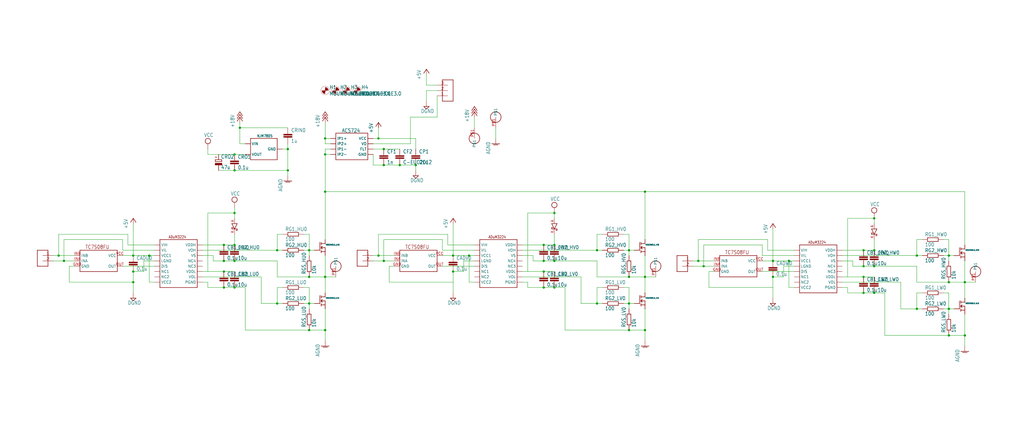
<source format=kicad_sch>
(kicad_sch (version 20211123) (generator eeschema)
  (paper "User" 487.934 210.007)
  (lib_symbols
    (symbol "motordriver_v1-eagle-import:+18V" (power)
      (property "Value" "+18V" (at -2.54 -5.08 90))
      (symbol "+18V_1_0"
        (pin power_in line (at 0 -2.54 90) (length 2.54) (name "+18V") (number "1"))
      )
    )
    (symbol "motordriver_v1-eagle-import:+5V" (power)
      (property "Value" "+5V" (at -2.54 -5.08 90))
      (symbol "+5V_1_0"
        (pin power_in line (at 0 -2.54 90) (length 2.54) (name "+5V") (number "1"))
      )
    )
    (symbol "motordriver_v1-eagle-import:ACS724"
      (symbol "ACS724_1_0"
        (pin bidirectional line (at 15.24 -7.62 180) (length 2.54) (name "FLT") (number "FLT"))
        (pin bidirectional line (at 15.24 -10.16 180) (length 2.54) (name "GND") (number "GND"))
        (pin bidirectional line (at -5.08 -2.54 0) (length 2.54) (name "IP1+") (number "IP1+"))
        (pin bidirectional line (at -5.08 -7.62 0) (length 2.54) (name "IP1-") (number "IP1-"))
        (pin bidirectional line (at -5.08 -5.08 0) (length 2.54) (name "IP2+") (number "IP2+"))
        (pin bidirectional line (at -5.08 -10.16 0) (length 2.54) (name "IP2-") (number "IP2-"))
        (pin bidirectional line (at 15.24 -2.54 180) (length 2.54) (name "VCC") (number "VCC"))
        (pin bidirectional line (at 15.24 -5.08 180) (length 2.54) (name "VO") (number "VO"))
      )
    )
    (symbol "motordriver_v1-eagle-import:ADUM3224"
      (symbol "ADUM3224_1_0"
        (text "ADuM3224" (at 4.064 3.048 0) (effects (font (size 1.27 1.0795)) (justify left bottom)))
        (pin bidirectional line (at -2.54 -10.16 0) (length 2.54) (name "DIS") (number "DIS"))
        (pin bidirectional line (at -2.54 -7.62 0) (length 2.54) (name "LGND") (number "LGND"))
        (pin bidirectional line (at -2.54 -12.7 0) (length 2.54) (name "NC1") (number "NC1"))
        (pin bidirectional line (at -2.54 -15.24 0) (length 2.54) (name "NC2") (number "NC2"))
        (pin bidirectional line (at 20.32 -10.16 180) (length 2.54) (name "NC3") (number "NC3"))
        (pin bidirectional line (at 20.32 -7.62 180) (length 2.54) (name "NC4") (number "NC4"))
        (pin bidirectional line (at 20.32 -17.78 180) (length 2.54) (name "PGND") (number "PGND"))
        (pin bidirectional line (at -2.54 -5.08 0) (length 2.54) (name "VCC1") (number "VCC1"))
        (pin bidirectional line (at -2.54 -17.78 0) (length 2.54) (name "VCC2") (number "VCC2"))
        (pin bidirectional line (at 20.32 0 180) (length 2.54) (name "VDDH") (number "VDDH"))
        (pin bidirectional line (at 20.32 -12.7 180) (length 2.54) (name "VDDL") (number "VDDL"))
        (pin bidirectional line (at -2.54 0 0) (length 2.54) (name "VIH") (number "VIH"))
        (pin bidirectional line (at -2.54 -2.54 0) (length 2.54) (name "VIL") (number "VIL"))
        (pin bidirectional line (at 20.32 -2.54 180) (length 2.54) (name "VOH") (number "VOH"))
        (pin bidirectional line (at 20.32 -15.24 180) (length 2.54) (name "VOL") (number "VOL"))
        (pin bidirectional line (at 20.32 -5.08 180) (length 2.54) (name "VS") (number "VS"))
      )
    )
    (symbol "motordriver_v1-eagle-import:AGND" (power)
      (property "Value" "AGND" (at -2.54 -5.08 90))
      (symbol "AGND_1_0"
        (pin power_in line (at 0 2.54 270) (length 2.54) (name "AGND") (number "1"))
      )
    )
    (symbol "motordriver_v1-eagle-import:B2B-XH-A"
      (symbol "B2B-XH-A_1_0"
        (pin bidirectional line (at 2.54 2.54 270) (length 5.08) (name "1") (number "1"))
        (pin bidirectional line (at 5.08 2.54 270) (length 5.08) (name "2") (number "2"))
      )
    )
    (symbol "motordriver_v1-eagle-import:B3B-XH-A"
      (symbol "B3B-XH-A_1_0"
        (pin bidirectional line (at -2.54 2.54 270) (length 5.08) (name "1") (number "1"))
        (pin bidirectional line (at 0 2.54 270) (length 5.08) (name "2") (number "2"))
        (pin bidirectional line (at 2.54 2.54 270) (length 5.08) (name "3") (number "3"))
      )
    )
    (symbol "motordriver_v1-eagle-import:C-EUC1608"
      (property "Reference" "C" (at 1.524 0.381 0))
      (property "Value" "C-EUC1608" (at 1.524 -4.699 0))
      (symbol "C-EUC1608_1_0"
        (pin passive line (at 0 2.54 270) (length 2.54) (name "1") (number "1"))
        (pin passive line (at 0 -5.08 90) (length 2.54) (name "2") (number "2"))
      )
    )
    (symbol "motordriver_v1-eagle-import:C-EUC2012"
      (property "Reference" "C" (at 1.524 0.381 0))
      (property "Value" "C-EUC2012" (at 1.524 -4.699 0))
      (symbol "C-EUC2012_1_0"
        (pin passive line (at 0 2.54 270) (length 2.54) (name "1") (number "1"))
        (pin passive line (at 0 -5.08 90) (length 2.54) (name "2") (number "2"))
      )
    )
    (symbol "motordriver_v1-eagle-import:C-EUC3225"
      (property "Reference" "C" (at 1.524 0.381 0))
      (property "Value" "C-EUC3225" (at 1.524 -4.699 0))
      (symbol "C-EUC3225_1_0"
        (pin passive line (at 0 2.54 270) (length 2.54) (name "1") (number "1"))
        (pin passive line (at 0 -5.08 90) (length 2.54) (name "2") (number "2"))
      )
    )
    (symbol "motordriver_v1-eagle-import:CPOL-EUE2-5"
      (property "Reference" "C" (at 1.143 0.4826 0))
      (property "Value" "CPOL-EUE2-5" (at 1.143 -4.5974 0))
      (symbol "CPOL-EUE2-5_1_0"
        (text "+" (at -0.5842 0.4064 900) (effects (font (size 1.27 1.0795)) (justify left bottom)))
        (pin passive line (at 0 2.54 270) (length 2.54) (name "+") (number "+"))
        (pin passive line (at 0 -5.08 90) (length 2.54) (name "-") (number "-"))
      )
    )
    (symbol "motordriver_v1-eagle-import:DGND" (power)
      (property "Value" "DGND" (at -2.667 -3.175 0))
      (symbol "DGND_1_0"
        (pin power_in line (at 0 2.54 270) (length 2.54) (name "DGND") (number "1"))
      )
    )
    (symbol "motordriver_v1-eagle-import:MOUNT-HOLE3.0"
      (property "Reference" "H" (at 2.032 0.5842 0))
      (property "Value" "MOUNT-HOLE3.0" (at 2.032 -2.4638 0))
    )
    (symbol "motordriver_v1-eagle-import:ND52N6SLG"
      (symbol "ND52N6SLG_1_0"
        (pin bidirectional line (at -5.08 -5.08 0) (length 0) (name "G") (number "1"))
        (pin bidirectional line (at 0 -7.62 0) (length 0) (name "S") (number "3"))
        (pin bidirectional line (at 0 0 0) (length 0) (name "D") (number "4"))
      )
    )
    (symbol "motordriver_v1-eagle-import:NJM7805SDL1"
      (symbol "NJM7805SDL1_1_0"
        (pin bidirectional line (at -2.54 -2.54 0) (length 2.54) (name "VIN") (number "1"))
        (pin bidirectional line (at 15.24 -5.08 180) (length 2.54) (name "GND") (number "2"))
        (pin bidirectional line (at -2.54 -7.62 0) (length 2.54) (name "VOUT") (number "3"))
      )
    )
    (symbol "motordriver_v1-eagle-import:R-EU_R3216"
      (property "Reference" "R" (at -3.81 1.4986 0))
      (property "Value" "R-EU_R3216" (at -3.81 -3.302 0))
      (symbol "R-EU_R3216_1_0"
        (pin passive line (at -5.08 0 0) (length 2.54) (name "1") (number "1"))
        (pin passive line (at 5.08 0 180) (length 2.54) (name "2") (number "2"))
      )
    )
    (symbol "motordriver_v1-eagle-import:SBR1U200P1"
      (symbol "SBR1U200P1_1_0"
        (pin bidirectional line (at -2.54 0 0) (length 2.54) (name "A") (number "A"))
        (pin bidirectional line (at 5.08 0 180) (length 2.54) (name "K") (number "K"))
      )
    )
    (symbol "motordriver_v1-eagle-import:TC7S08FU"
      (symbol "TC7S08FU_1_0"
        (text "TC7S08FU" (at 2.54 3.048 0) (effects (font (size 1.778 1.5113)) (justify left bottom)))
        (pin bidirectional line (at -2.54 -5.08 0) (length 2.54) (name "GND") (number "GND"))
        (pin bidirectional line (at -2.54 -2.54 0) (length 2.54) (name "INA") (number "INA"))
        (pin bidirectional line (at -2.54 0 0) (length 2.54) (name "INB") (number "INB"))
        (pin bidirectional line (at 20.32 -5.08 180) (length 2.54) (name "OUT") (number "OUT"))
        (pin bidirectional line (at 20.32 0 180) (length 2.54) (name "VCC") (number "VCC"))
      )
    )
    (symbol "motordriver_v1-eagle-import:TH_HOLE_1.5MM"
      (symbol "TH_HOLE_1.5MM_1_0"
        (pin bidirectional line (at 0 -5.08 90) (length 5.08) (name "P$1") (number "P$1"))
      )
    )
    (symbol "motordriver_v1-eagle-import:VCC" (power)
      (property "Value" "VCC" (at -1.905 3.175 0))
      (symbol "VCC_1_0"
        (pin power_in line (at 0 -2.54 90) (length 2.54) (name "VCC") (number "1"))
      )
    )
  )
  (junction (at 284.48 119.38))
  (junction (at 154.94 132.08))
  (junction (at 259.08 137.16))
  (junction (at 111.76 73.66))
  (junction (at 332.74 124.46))
  (junction (at 299.72 144.78))
  (junction (at 416.56 139.7))
  (junction (at 368.3 124.46))
  (junction (at 411.48 132.08))
  (junction (at 132.08 144.78))
  (junction (at 63.5 134.62))
  (junction (at 452.12 147.32))
  (junction (at 259.08 116.84))
  (junction (at 215.9 121.92))
  (junction (at 154.94 157.48))
  (junction (at 264.16 124.46))
  (junction (at 147.32 119.38))
  (junction (at 264.16 137.16))
  (junction (at 147.32 132.08))
  (junction (at 215.9 129.54))
  (junction (at 223.52 121.92))
  (junction (at 71.12 121.92))
  (junction (at 147.32 144.78))
  (junction (at 452.12 121.92))
  (junction (at 452.12 134.62))
  (junction (at 299.72 132.08))
  (junction (at 411.48 119.38))
  (junction (at 264.16 101.6))
  (junction (at 137.16 71.12))
  (junction (at 264.16 116.84))
  (junction (at 111.76 101.6))
  (junction (at 436.88 147.32))
  (junction (at 154.94 91.44))
  (junction (at 198.12 78.74))
  (junction (at 375.92 124.46))
  (junction (at 182.88 78.74))
  (junction (at 459.74 160.02))
  (junction (at 180.34 66.04))
  (junction (at 259.08 129.54))
  (junction (at 147.32 157.48))
  (junction (at 284.48 144.78))
  (junction (at 299.72 157.48))
  (junction (at 335.28 127))
  (junction (at 106.68 129.54))
  (junction (at 106.68 137.16))
  (junction (at 416.56 119.38))
  (junction (at 411.48 139.7))
  (junction (at 111.76 81.28))
  (junction (at 416.56 127))
  (junction (at 307.34 91.44))
  (junction (at 63.5 121.92))
  (junction (at 416.56 104.14))
  (junction (at 114.3 60.96))
  (junction (at 111.76 116.84))
  (junction (at 111.76 137.16))
  (junction (at 411.48 127))
  (junction (at 154.94 73.66))
  (junction (at 436.88 121.92))
  (junction (at 459.74 134.62))
  (junction (at 259.08 124.46))
  (junction (at 63.5 129.54))
  (junction (at 307.34 157.48))
  (junction (at 27.94 121.92))
  (junction (at 132.08 119.38))
  (junction (at 182.88 71.12))
  (junction (at 307.34 132.08))
  (junction (at 106.68 124.46))
  (junction (at 299.72 119.38))
  (junction (at 137.16 81.28))
  (junction (at 180.34 121.92))
  (junction (at 111.76 124.46))
  (junction (at 182.88 124.46))
  (junction (at 368.3 132.08))
  (junction (at 190.5 78.74))
  (junction (at 106.68 116.84))
  (junction (at 452.12 160.02))
  (junction (at 30.48 124.46))
  (junction (at 154.94 66.04))
  (wire (pts (xy 299.72 144.78) (xy 299.72 147.32)))
  (wire (pts (xy 58.42 121.92) (xy 63.5 121.92)))
  (wire (pts (xy 365.76 119.38) (xy 378.46 119.38)))
  (wire (pts (xy 96.52 119.38) (xy 132.08 119.38)))
  (wire (pts (xy 147.32 119.38) (xy 149.86 119.38)))
  (wire (pts (xy 71.12 134.62) (xy 73.66 134.62)))
  (wire (pts (xy 96.52 121.92) (xy 101.6 121.92)))
  (wire (pts (xy 27.94 111.76) (xy 60.96 111.76)))
  (wire (pts (xy 137.16 71.12) (xy 137.16 81.28)))
  (wire (pts (xy 114.3 60.96) (xy 114.3 68.58)))
  (wire (pts (xy 25.4 124.46) (xy 30.48 124.46)))
  (wire (pts (xy 203.2 40.64) (xy 203.2 35.56)))
  (wire (pts (xy 264.16 124.46) (xy 284.48 124.46)))
  (wire (pts (xy 439.42 139.7) (xy 436.88 139.7)))
  (wire (pts (xy 375.92 124.46) (xy 378.46 124.46)))
  (wire (pts (xy 210.82 127) (xy 226.06 127)))
  (wire (pts (xy 154.94 68.58) (xy 157.48 68.58)))
  (wire (pts (xy 177.8 68.58) (xy 195.58 68.58)))
  (wire (pts (xy 452.12 160.02) (xy 459.74 160.02)))
  (wire (pts (xy 401.32 137.16) (xy 403.86 137.16)))
  (wire (pts (xy 132.08 111.76) (xy 132.08 119.38)))
  (wire (pts (xy 99.06 137.16) (xy 106.68 137.16)))
  (wire (pts (xy 190.5 78.74) (xy 198.12 78.74)))
  (wire (pts (xy 33.02 127) (xy 33.02 134.62)))
  (wire (pts (xy 251.46 129.54) (xy 248.92 129.54)))
  (wire (pts (xy 132.08 137.16) (xy 132.08 144.78)))
  (wire (pts (xy 99.06 129.54) (xy 96.52 129.54)))
  (wire (pts (xy 264.16 137.16) (xy 269.24 137.16)))
  (wire (pts (xy 459.74 149.86) (xy 459.74 160.02)))
  (wire (pts (xy 99.06 129.54) (xy 106.68 129.54)))
  (wire (pts (xy 215.9 129.54) (xy 220.98 129.54)))
  (wire (pts (xy 144.78 119.38) (xy 147.32 119.38)))
  (wire (pts (xy 30.48 124.46) (xy 35.56 124.46)))
  (wire (pts (xy 134.62 137.16) (xy 132.08 137.16)))
  (wire (pts (xy 248.92 132.08) (xy 276.86 132.08)))
  (wire (pts (xy 276.86 132.08) (xy 276.86 144.78)))
  (wire (pts (xy 299.72 144.78) (xy 302.26 144.78)))
  (wire (pts (xy 106.68 129.54) (xy 111.76 129.54)))
  (wire (pts (xy 124.46 144.78) (xy 132.08 144.78)))
  (wire (pts (xy 210.82 121.92) (xy 215.9 121.92)))
  (wire (pts (xy 99.06 101.6) (xy 99.06 129.54)))
  (wire (pts (xy 330.2 127) (xy 335.28 127)))
  (wire (pts (xy 401.32 121.92) (xy 436.88 121.92)))
  (wire (pts (xy 99.06 101.6) (xy 111.76 101.6)))
  (wire (pts (xy 101.6 124.46) (xy 106.68 124.46)))
  (wire (pts (xy 213.36 116.84) (xy 226.06 116.84)))
  (wire (pts (xy 226.06 55.88) (xy 226.06 60.96)))
  (wire (pts (xy 330.2 124.46) (xy 332.74 124.46)))
  (wire (pts (xy 154.94 66.04) (xy 157.48 66.04)))
  (wire (pts (xy 332.74 114.3) (xy 365.76 114.3)))
  (wire (pts (xy 215.9 134.62) (xy 215.9 139.7)))
  (wire (pts (xy 264.16 101.6) (xy 264.16 104.14)))
  (wire (pts (xy 106.68 137.16) (xy 111.76 137.16)))
  (wire (pts (xy 60.96 116.84) (xy 73.66 116.84)))
  (wire (pts (xy 251.46 101.6) (xy 264.16 101.6)))
  (wire (pts (xy 284.48 124.46) (xy 284.48 132.08)))
  (wire (pts (xy 147.32 119.38) (xy 147.32 121.92)))
  (wire (pts (xy 429.26 134.62) (xy 429.26 147.32)))
  (wire (pts (xy 248.92 134.62) (xy 251.46 134.62)))
  (wire (pts (xy 335.28 116.84) (xy 363.22 116.84)))
  (wire (pts (xy 180.34 60.96) (xy 180.34 66.04)))
  (wire (pts (xy 284.48 137.16) (xy 284.48 144.78)))
  (wire (pts (xy 111.76 124.46) (xy 132.08 124.46)))
  (wire (pts (xy 436.88 121.92) (xy 439.42 121.92)))
  (wire (pts (xy 177.8 121.92) (xy 180.34 121.92)))
  (wire (pts (xy 71.12 121.92) (xy 73.66 121.92)))
  (wire (pts (xy 411.48 132.08) (xy 416.56 132.08)))
  (wire (pts (xy 157.48 71.12) (xy 154.94 71.12)))
  (wire (pts (xy 147.32 144.78) (xy 149.86 144.78)))
  (wire (pts (xy 368.3 137.16) (xy 368.3 142.24)))
  (wire (pts (xy 297.18 137.16) (xy 299.72 137.16)))
  (wire (pts (xy 452.12 121.92) (xy 452.12 124.46)))
  (wire (pts (xy 104.14 81.28) (xy 111.76 81.28)))
  (wire (pts (xy 58.42 127) (xy 73.66 127)))
  (wire (pts (xy 147.32 137.16) (xy 147.32 144.78)))
  (wire (pts (xy 307.34 157.48) (xy 307.34 162.56)))
  (wire (pts (xy 154.94 132.08) (xy 154.94 139.7)))
  (wire (pts (xy 459.74 124.46) (xy 459.74 134.62)))
  (wire (pts (xy 99.06 71.12) (xy 99.06 73.66)))
  (wire (pts (xy 284.48 111.76) (xy 284.48 119.38)))
  (wire (pts (xy 307.34 91.44) (xy 307.34 114.3)))
  (wire (pts (xy 114.3 58.42) (xy 114.3 60.96)))
  (wire (pts (xy 299.72 119.38) (xy 302.26 119.38)))
  (wire (pts (xy 403.86 132.08) (xy 411.48 132.08)))
  (wire (pts (xy 134.62 71.12) (xy 137.16 71.12)))
  (wire (pts (xy 416.56 119.38) (xy 416.56 114.3)))
  (wire (pts (xy 106.68 124.46) (xy 111.76 124.46)))
  (wire (pts (xy 251.46 134.62) (xy 251.46 137.16)))
  (wire (pts (xy 111.76 81.28) (xy 137.16 81.28)))
  (wire (pts (xy 429.26 147.32) (xy 436.88 147.32)))
  (wire (pts (xy 401.32 124.46) (xy 406.4 124.46)))
  (wire (pts (xy 73.66 124.46) (xy 68.58 124.46)))
  (wire (pts (xy 111.76 99.06) (xy 111.76 101.6)))
  (wire (pts (xy 137.16 68.58) (xy 137.16 71.12)))
  (wire (pts (xy 180.34 111.76) (xy 213.36 111.76)))
  (wire (pts (xy 307.34 132.08) (xy 312.42 132.08)))
  (wire (pts (xy 436.88 139.7) (xy 436.88 147.32)))
  (wire (pts (xy 411.48 119.38) (xy 416.56 119.38)))
  (wire (pts (xy 223.52 121.92) (xy 223.52 134.62)))
  (wire (pts (xy 144.78 144.78) (xy 147.32 144.78)))
  (wire (pts (xy 182.88 71.12) (xy 190.5 71.12)))
  (wire (pts (xy 406.4 127) (xy 411.48 127)))
  (wire (pts (xy 307.34 91.44) (xy 459.74 91.44)))
  (wire (pts (xy 449.58 114.3) (xy 452.12 114.3)))
  (wire (pts (xy 182.88 114.3) (xy 210.82 114.3)))
  (wire (pts (xy 436.88 134.62) (xy 452.12 134.62)))
  (wire (pts (xy 254 124.46) (xy 259.08 124.46)))
  (wire (pts (xy 223.52 134.62) (xy 226.06 134.62)))
  (wire (pts (xy 96.52 116.84) (xy 106.68 116.84)))
  (wire (pts (xy 264.16 116.84) (xy 264.16 111.76)))
  (wire (pts (xy 182.88 78.74) (xy 190.5 78.74)))
  (wire (pts (xy 248.92 119.38) (xy 284.48 119.38)))
  (wire (pts (xy 203.2 43.18) (xy 203.2 48.26)))
  (wire (pts (xy 132.08 124.46) (xy 132.08 132.08)))
  (wire (pts (xy 60.96 111.76) (xy 60.96 116.84)))
  (wire (pts (xy 63.5 106.68) (xy 63.5 121.92)))
  (wire (pts (xy 363.22 116.84) (xy 363.22 121.92)))
  (wire (pts (xy 177.8 124.46) (xy 182.88 124.46)))
  (wire (pts (xy 368.3 124.46) (xy 375.92 124.46)))
  (wire (pts (xy 248.92 116.84) (xy 259.08 116.84)))
  (wire (pts (xy 269.24 157.48) (xy 299.72 157.48)))
  (wire (pts (xy 177.8 71.12) (xy 182.88 71.12)))
  (wire (pts (xy 284.48 132.08) (xy 299.72 132.08)))
  (wire (pts (xy 180.34 66.04) (xy 177.8 66.04)))
  (wire (pts (xy 198.12 66.04) (xy 198.12 71.12)))
  (wire (pts (xy 337.82 137.16) (xy 368.3 137.16)))
  (wire (pts (xy 195.58 55.88) (xy 208.28 55.88)))
  (wire (pts (xy 147.32 132.08) (xy 154.94 132.08)))
  (wire (pts (xy 403.86 137.16) (xy 403.86 139.7)))
  (wire (pts (xy 220.98 129.54) (xy 220.98 124.46)))
  (wire (pts (xy 259.08 124.46) (xy 264.16 124.46)))
  (wire (pts (xy 259.08 116.84) (xy 264.16 116.84)))
  (wire (pts (xy 132.08 119.38) (xy 134.62 119.38)))
  (wire (pts (xy 210.82 119.38) (xy 226.06 119.38)))
  (wire (pts (xy 436.88 127) (xy 436.88 134.62)))
  (wire (pts (xy 297.18 144.78) (xy 299.72 144.78)))
  (wire (pts (xy 421.64 139.7) (xy 421.64 160.02)))
  (wire (pts (xy 452.12 121.92) (xy 454.66 121.92)))
  (wire (pts (xy 452.12 147.32) (xy 454.66 147.32)))
  (wire (pts (xy 132.08 144.78) (xy 134.62 144.78)))
  (wire (pts (xy 251.46 129.54) (xy 259.08 129.54)))
  (wire (pts (xy 259.08 137.16) (xy 264.16 137.16)))
  (wire (pts (xy 116.84 73.66) (xy 111.76 73.66)))
  (wire (pts (xy 365.76 114.3) (xy 365.76 119.38)))
  (wire (pts (xy 180.34 121.92) (xy 180.34 111.76)))
  (wire (pts (xy 449.58 139.7) (xy 452.12 139.7)))
  (wire (pts (xy 58.42 114.3) (xy 58.42 119.38)))
  (wire (pts (xy 223.52 121.92) (xy 226.06 121.92)))
  (wire (pts (xy 154.94 66.04) (xy 154.94 68.58)))
  (wire (pts (xy 287.02 137.16) (xy 284.48 137.16)))
  (wire (pts (xy 368.3 109.22) (xy 368.3 124.46)))
  (wire (pts (xy 147.32 157.48) (xy 154.94 157.48)))
  (wire (pts (xy 68.58 129.54) (xy 68.58 124.46)))
  (wire (pts (xy 375.92 124.46) (xy 375.92 137.16)))
  (wire (pts (xy 416.56 127) (xy 436.88 127)))
  (wire (pts (xy 226.06 124.46) (xy 220.98 124.46)))
  (wire (pts (xy 439.42 114.3) (xy 436.88 114.3)))
  (wire (pts (xy 198.12 78.74) (xy 198.12 81.28)))
  (wire (pts (xy 299.72 157.48) (xy 307.34 157.48)))
  (wire (pts (xy 208.28 55.88) (xy 208.28 45.72)))
  (wire (pts (xy 147.32 144.78) (xy 147.32 147.32)))
  (wire (pts (xy 177.8 78.74) (xy 182.88 78.74)))
  (wire (pts (xy 403.86 132.08) (xy 401.32 132.08)))
  (wire (pts (xy 116.84 137.16) (xy 116.84 157.48)))
  (wire (pts (xy 299.72 137.16) (xy 299.72 144.78)))
  (wire (pts (xy 459.74 134.62) (xy 459.74 142.24)))
  (wire (pts (xy 99.06 134.62) (xy 99.06 137.16)))
  (wire (pts (xy 33.02 134.62) (xy 63.5 134.62)))
  (wire (pts (xy 287.02 111.76) (xy 284.48 111.76)))
  (wire (pts (xy 307.34 147.32) (xy 307.34 157.48)))
  (wire (pts (xy 215.9 106.68) (xy 215.9 121.92)))
  (wire (pts (xy 307.34 121.92) (xy 307.34 132.08)))
  (wire (pts (xy 307.34 132.08) (xy 307.34 139.7)))
  (wire (pts (xy 363.22 129.54) (xy 378.46 129.54)))
  (wire (pts (xy 154.94 132.08) (xy 160.02 132.08)))
  (wire (pts (xy 116.84 157.48) (xy 147.32 157.48)))
  (wire (pts (xy 373.38 132.08) (xy 373.38 127)))
  (wire (pts (xy 96.52 132.08) (xy 124.46 132.08)))
  (wire (pts (xy 144.78 137.16) (xy 147.32 137.16)))
  (wire (pts (xy 71.12 121.92) (xy 71.12 134.62)))
  (wire (pts (xy 436.88 147.32) (xy 439.42 147.32)))
  (wire (pts (xy 114.3 60.96) (xy 137.16 60.96)))
  (wire (pts (xy 180.34 66.04) (xy 198.12 66.04)))
  (wire (pts (xy 180.34 121.92) (xy 187.96 121.92)))
  (wire (pts (xy 154.94 91.44) (xy 154.94 114.3)))
  (wire (pts (xy 27.94 121.92) (xy 35.56 121.92)))
  (wire (pts (xy 403.86 104.14) (xy 403.86 132.08)))
  (wire (pts (xy 99.06 73.66) (xy 104.14 73.66)))
  (wire (pts (xy 203.2 40.64) (xy 208.28 40.64)))
  (wire (pts (xy 30.48 124.46) (xy 30.48 114.3)))
  (wire (pts (xy 157.48 73.66) (xy 154.94 73.66)))
  (wire (pts (xy 259.08 129.54) (xy 264.16 129.54)))
  (wire (pts (xy 154.94 71.12) (xy 154.94 73.66)))
  (wire (pts (xy 297.18 111.76) (xy 299.72 111.76)))
  (wire (pts (xy 452.12 147.32) (xy 452.12 149.86)))
  (wire (pts (xy 63.5 134.62) (xy 63.5 139.7)))
  (wire (pts (xy 154.94 91.44) (xy 307.34 91.44)))
  (wire (pts (xy 403.86 104.14) (xy 416.56 104.14)))
  (wire (pts (xy 363.22 121.92) (xy 378.46 121.92)))
  (wire (pts (xy 63.5 121.92) (xy 71.12 121.92)))
  (wire (pts (xy 132.08 132.08) (xy 147.32 132.08)))
  (wire (pts (xy 403.86 139.7) (xy 411.48 139.7)))
  (wire (pts (xy 436.88 114.3) (xy 436.88 121.92)))
  (wire (pts (xy 332.74 124.46) (xy 340.36 124.46)))
  (wire (pts (xy 299.72 119.38) (xy 299.72 121.92)))
  (wire (pts (xy 134.62 111.76) (xy 132.08 111.76)))
  (wire (pts (xy 251.46 101.6) (xy 251.46 129.54)))
  (wire (pts (xy 177.8 73.66) (xy 177.8 78.74)))
  (wire (pts (xy 215.9 129.54) (xy 215.9 134.62)))
  (wire (pts (xy 284.48 119.38) (xy 287.02 119.38)))
  (wire (pts (xy 401.32 119.38) (xy 411.48 119.38)))
  (wire (pts (xy 96.52 134.62) (xy 99.06 134.62)))
  (wire (pts (xy 185.42 134.62) (xy 215.9 134.62)))
  (wire (pts (xy 210.82 114.3) (xy 210.82 119.38)))
  (wire (pts (xy 375.92 137.16) (xy 378.46 137.16)))
  (wire (pts (xy 284.48 144.78) (xy 287.02 144.78)))
  (wire (pts (xy 368.3 132.08) (xy 368.3 137.16)))
  (wire (pts (xy 416.56 139.7) (xy 421.64 139.7)))
  (wire (pts (xy 182.88 124.46) (xy 182.88 114.3)))
  (wire (pts (xy 452.12 114.3) (xy 452.12 121.92)))
  (wire (pts (xy 154.94 73.66) (xy 154.94 91.44)))
  (wire (pts (xy 114.3 68.58) (xy 116.84 68.58)))
  (wire (pts (xy 337.82 129.54) (xy 337.82 137.16)))
  (wire (pts (xy 421.64 160.02) (xy 452.12 160.02)))
  (wire (pts (xy 251.46 137.16) (xy 259.08 137.16)))
  (wire (pts (xy 299.72 132.08) (xy 307.34 132.08)))
  (wire (pts (xy 401.32 134.62) (xy 429.26 134.62)))
  (wire (pts (xy 254 121.92) (xy 254 124.46)))
  (wire (pts (xy 203.2 43.18) (xy 208.28 43.18)))
  (wire (pts (xy 144.78 111.76) (xy 147.32 111.76)))
  (wire (pts (xy 449.58 147.32) (xy 452.12 147.32)))
  (wire (pts (xy 154.94 147.32) (xy 154.94 157.48)))
  (wire (pts (xy 111.76 116.84) (xy 111.76 111.76)))
  (wire (pts (xy 248.92 121.92) (xy 254 121.92)))
  (wire (pts (xy 58.42 119.38) (xy 73.66 119.38)))
  (wire (pts (xy 213.36 111.76) (xy 213.36 116.84)))
  (wire (pts (xy 411.48 127) (xy 416.56 127)))
  (wire (pts (xy 182.88 124.46) (xy 187.96 124.46)))
  (wire (pts (xy 335.28 127) (xy 340.36 127)))
  (wire (pts (xy 137.16 81.28) (xy 137.16 83.82)))
  (wire (pts (xy 416.56 104.14) (xy 416.56 106.68)))
  (wire (pts (xy 147.32 111.76) (xy 147.32 119.38)))
  (wire (pts (xy 452.12 139.7) (xy 452.12 147.32)))
  (wire (pts (xy 459.74 91.44) (xy 459.74 116.84)))
  (wire (pts (xy 276.86 144.78) (xy 284.48 144.78)))
  (wire (pts (xy 332.74 124.46) (xy 332.74 114.3)))
  (wire (pts (xy 185.42 127) (xy 185.42 134.62)))
  (wire (pts (xy 297.18 119.38) (xy 299.72 119.38)))
  (wire (pts (xy 215.9 121.92) (xy 223.52 121.92)))
  (wire (pts (xy 35.56 127) (xy 33.02 127)))
  (wire (pts (xy 459.74 160.02) (xy 459.74 165.1)))
  (wire (pts (xy 236.22 60.96) (xy 236.22 66.04)))
  (wire (pts (xy 195.58 68.58) (xy 195.58 55.88)))
  (wire (pts (xy 335.28 127) (xy 335.28 116.84)))
  (wire (pts (xy 340.36 129.54) (xy 337.82 129.54)))
  (wire (pts (xy 411.48 139.7) (xy 416.56 139.7)))
  (wire (pts (xy 363.22 124.46) (xy 368.3 124.46)))
  (wire (pts (xy 30.48 114.3) (xy 58.42 114.3)))
  (wire (pts (xy 25.4 121.92) (xy 27.94 121.92)))
  (wire (pts (xy 378.46 127) (xy 373.38 127)))
  (wire (pts (xy 63.5 129.54) (xy 63.5 134.62)))
  (wire (pts (xy 106.68 116.84) (xy 111.76 116.84)))
  (wire (pts (xy 269.24 137.16) (xy 269.24 157.48)))
  (wire (pts (xy 459.74 134.62) (xy 464.82 134.62)))
  (wire (pts (xy 154.94 157.48) (xy 154.94 162.56)))
  (wire (pts (xy 406.4 124.46) (xy 406.4 127)))
  (wire (pts (xy 154.94 58.42) (xy 154.94 66.04)))
  (wire (pts (xy 449.58 121.92) (xy 452.12 121.92)))
  (wire (pts (xy 368.3 132.08) (xy 373.38 132.08)))
  (wire (pts (xy 27.94 121.92) (xy 27.94 111.76)))
  (wire (pts (xy 154.94 121.92) (xy 154.94 132.08)))
  (wire (pts (xy 63.5 129.54) (xy 68.58 129.54)))
  (wire (pts (xy 187.96 127) (xy 185.42 127)))
  (wire (pts (xy 111.76 137.16) (xy 116.84 137.16)))
  (wire (pts (xy 299.72 111.76) (xy 299.72 119.38)))
  (wire (pts (xy 124.46 132.08) (xy 124.46 144.78)))
  (wire (pts (xy 452.12 134.62) (xy 459.74 134.62)))
  (wire (pts (xy 111.76 101.6) (xy 111.76 104.14)))
  (wire (pts (xy 111.76 73.66) (xy 104.14 73.66)))
  (wire (pts (xy 101.6 121.92) (xy 101.6 124.46)))
  (symbol (lib_id "motordriver_v1-eagle-import:B3B-XH-A") (at 210.82 43.18 90) (unit 1)
    (property "Reference" "U$4" (effects hide))
    (property "Value" "B3B-XH-A" (effects hide))
    (property "Footprint" "motordriver_v1:B3B-XH-A" (effects hide))
  )
  (symbol (lib_id "motordriver_v1-eagle-import:R-EU_R3216") (at 299.72 152.4 90) (unit 1)
    (property "Reference" "RGS_LV0" (at 298.2214 156.21 0) (effects (font (size 1.778 1.5113)) (justify left bottom)))
    (property "Value" "10k" (at 303.022 156.21 0) (effects (font (size 1.778 1.5113)) (justify left bottom)))
    (property "Footprint" "motordriver_v1:R3216" (effects hide))
  )
  (symbol (lib_id "motordriver_v1-eagle-import:ACS724") (at 162.56 63.5 0) (unit 1)
    (property "Reference" "ACS724" (at 162.814 63.246 0) (effects (font (size 1.778 1.5113)) (justify left bottom)))
    (property "Value" "ACS724" (effects hide))
    (property "Footprint" "motordriver_v1:ACS724" (effects hide))
  )
  (symbol (lib_id "motordriver_v1-eagle-import:MOUNT-HOLE3.0") (at 165.1 43.18 0) (unit 1)
    (property "Reference" "H3" (at 167.132 42.5958 0) (effects (font (size 1.778 1.5113)) (justify left bottom)))
    (property "Value" "MOUNT-HOLE3.0" (at 167.132 45.6438 0) (effects (font (size 1.778 1.5113)) (justify left bottom)))
    (property "Footprint" "motordriver_v1:3,0" (effects hide))
  )
  (symbol (lib_id "motordriver_v1-eagle-import:+5V") (at 180.34 58.42 0) (unit 1)
    (property "Reference" "#P+3" (effects hide))
    (property "Value" "+5V" (at 177.8 63.5 90) (effects (font (size 1.778 1.5113)) (justify left bottom)))
    (property "Footprint" "motordriver_v1:" (effects hide))
  )
  (symbol (lib_id "motordriver_v1-eagle-import:TH_HOLE_1.5MM") (at 312.42 127 0) (unit 1)
    (property "Reference" "U1" (effects hide))
    (property "Value" "TH_HOLE_1.5MM" (effects hide))
    (property "Footprint" "motordriver_v1:TH_HOLE_1.5MM" (effects hide))
  )
  (symbol (lib_id "motordriver_v1-eagle-import:DGND") (at 198.12 83.82 0) (unit 1)
    (property "Reference" "#SUPPLY1" (effects hide))
    (property "Value" "DGND" (at 195.453 86.995 0) (effects (font (size 1.778 1.5113)) (justify left bottom)))
    (property "Footprint" "motordriver_v1:" (effects hide))
  )
  (symbol (lib_id "motordriver_v1-eagle-import:TH_HOLE_1.5MM") (at 236.22 55.88 0) (unit 1)
    (property "Reference" "AGND0" (effects hide))
    (property "Value" "TH_HOLE_1.5MM" (effects hide))
    (property "Footprint" "motordriver_v1:TH_HOLE_1.5MM" (effects hide))
  )
  (symbol (lib_id "motordriver_v1-eagle-import:AGND") (at 459.74 167.64 0) (unit 1)
    (property "Reference" "#AGND4" (effects hide))
    (property "Value" "AGND" (at 457.2 172.72 90) (effects (font (size 1.778 1.5113)) (justify left bottom)))
    (property "Footprint" "motordriver_v1:" (effects hide))
  )
  (symbol (lib_id "motordriver_v1-eagle-import:+5V") (at 203.2 33.02 0) (unit 1)
    (property "Reference" "#P+1" (effects hide))
    (property "Value" "+5V" (at 200.66 38.1 90) (effects (font (size 1.778 1.5113)) (justify left bottom)))
    (property "Footprint" "motordriver_v1:" (effects hide))
  )
  (symbol (lib_id "motordriver_v1-eagle-import:C-EUC3225") (at 264.16 119.38 0) (unit 1)
    (property "Reference" "CB2_HV0" (at 265.684 118.999 0) (effects (font (size 1.778 1.5113)) (justify left bottom)))
    (property "Value" "10u" (at 265.684 124.079 0) (effects (font (size 1.778 1.5113)) (justify left bottom)))
    (property "Footprint" "motordriver_v1:C3225" (effects hide))
  )
  (symbol (lib_id "motordriver_v1-eagle-import:C-EUC2012") (at 190.5 73.66 0) (unit 1)
    (property "Reference" "CF2" (at 192.024 73.279 0) (effects (font (size 1.778 1.5113)) (justify left bottom)))
    (property "Value" "C-EUC2012" (at 192.024 78.359 0) (effects (font (size 1.778 1.5113)) (justify left bottom)))
    (property "Footprint" "motordriver_v1:C2012" (effects hide))
  )
  (symbol (lib_id "motordriver_v1-eagle-import:TH_HOLE_1.5MM") (at 160.02 127 0) (unit 1)
    (property "Reference" "U0" (effects hide))
    (property "Value" "TH_HOLE_1.5MM" (effects hide))
    (property "Footprint" "motordriver_v1:TH_HOLE_1.5MM" (effects hide))
  )
  (symbol (lib_id "motordriver_v1-eagle-import:VCC") (at 264.16 99.06 0) (unit 1)
    (property "Reference" "#SUPPLY7" (effects hide))
    (property "Value" "VCC" (at 262.255 95.885 0) (effects (font (size 1.778 1.5113)) (justify left bottom)))
    (property "Footprint" "motordriver_v1:" (effects hide))
  )
  (symbol (lib_id "motordriver_v1-eagle-import:+5V") (at 63.5 104.14 0) (unit 1)
    (property "Reference" "#P+5" (effects hide))
    (property "Value" "+5V" (at 60.96 109.22 90) (effects (font (size 1.778 1.5113)) (justify left bottom)))
    (property "Footprint" "motordriver_v1:" (effects hide))
  )
  (symbol (lib_id "motordriver_v1-eagle-import:TC7S08FU") (at 342.9 124.46 0) (unit 1)
    (property "Reference" "U$12" (effects hide))
    (property "Value" "TC7S08FU" (effects hide))
    (property "Footprint" "motordriver_v1:TC7S08FU" (effects hide))
  )
  (symbol (lib_id "motordriver_v1-eagle-import:ND52N6SLG") (at 154.94 114.3 0) (unit 1)
    (property "Reference" "ND52N6SLG_UH0" (at 155.194 117.094 0) (effects (font (size 0.6096 0.5181)) (justify left bottom)))
    (property "Value" "ND52N6SLG" (effects hide))
    (property "Footprint" "motordriver_v1:TO252" (effects hide))
  )
  (symbol (lib_id "motordriver_v1-eagle-import:C-EUC1608") (at 182.88 73.66 0) (unit 1)
    (property "Reference" "CF1" (at 184.404 73.279 0) (effects (font (size 1.778 1.5113)) (justify left bottom)))
    (property "Value" "1n" (at 184.404 78.359 0) (effects (font (size 1.778 1.5113)) (justify left bottom)))
    (property "Footprint" "motordriver_v1:C1608" (effects hide))
  )
  (symbol (lib_id "motordriver_v1-eagle-import:R-EU_R3216") (at 139.7 137.16 0) (unit 1)
    (property "Reference" "RG1_LU0" (at 135.89 135.6614 0) (effects (font (size 1.778 1.5113)) (justify left bottom)))
    (property "Value" "100" (at 135.89 140.462 0) (effects (font (size 1.778 1.5113)) (justify left bottom)))
    (property "Footprint" "motordriver_v1:R3216" (effects hide))
  )
  (symbol (lib_id "motordriver_v1-eagle-import:B2B-XH-A") (at 22.86 119.38 270) (unit 1)
    (property "Reference" "U$2" (effects hide))
    (property "Value" "B2B-XH-A" (effects hide))
    (property "Footprint" "motordriver_v1:B2B-XH-A" (effects hide))
  )
  (symbol (lib_id "motordriver_v1-eagle-import:DGND") (at 203.2 50.8 0) (unit 1)
    (property "Reference" "#SUPPLY2" (effects hide))
    (property "Value" "DGND" (at 200.533 53.975 0) (effects (font (size 1.778 1.5113)) (justify left bottom)))
    (property "Footprint" "motordriver_v1:" (effects hide))
  )
  (symbol (lib_id "motordriver_v1-eagle-import:R-EU_R3216") (at 139.7 111.76 0) (unit 1)
    (property "Reference" "RG1_HU0" (at 135.89 110.2614 0) (effects (font (size 1.778 1.5113)) (justify left bottom)))
    (property "Value" "100" (at 135.89 115.062 0) (effects (font (size 1.778 1.5113)) (justify left bottom)))
    (property "Footprint" "motordriver_v1:R3216" (effects hide))
  )
  (symbol (lib_id "motordriver_v1-eagle-import:R-EU_R3216") (at 139.7 119.38 0) (unit 1)
    (property "Reference" "RG2_HU0" (at 135.89 117.8814 0) (effects (font (size 1.778 1.5113)) (justify left bottom)))
    (property "Value" "100" (at 135.89 122.682 0) (effects (font (size 1.778 1.5113)) (justify left bottom)))
    (property "Footprint" "motordriver_v1:R3216" (effects hide))
  )
  (symbol (lib_id "motordriver_v1-eagle-import:R-EU_R3216") (at 292.1 144.78 0) (unit 1)
    (property "Reference" "RG2_LV0" (at 288.29 143.2814 0) (effects (font (size 1.778 1.5113)) (justify left bottom)))
    (property "Value" "100" (at 288.29 148.082 0) (effects (font (size 1.778 1.5113)) (justify left bottom)))
    (property "Footprint" "motordriver_v1:R3216" (effects hide))
  )
  (symbol (lib_id "motordriver_v1-eagle-import:MOUNT-HOLE3.0") (at 170.18 43.18 0) (unit 1)
    (property "Reference" "H4" (at 172.212 42.5958 0) (effects (font (size 1.778 1.5113)) (justify left bottom)))
    (property "Value" "MOUNT-HOLE3.0" (at 172.212 45.6438 0) (effects (font (size 1.778 1.5113)) (justify left bottom)))
    (property "Footprint" "motordriver_v1:3,0" (effects hide))
  )
  (symbol (lib_id "motordriver_v1-eagle-import:C-EUC2012") (at 63.5 124.46 0) (unit 1)
    (property "Reference" "CADU0" (at 65.024 124.079 0) (effects (font (size 1.778 1.5113)) (justify left bottom)))
    (property "Value" "0.1u" (at 65.024 129.159 0) (effects (font (size 1.778 1.5113)) (justify left bottom)))
    (property "Footprint" "motordriver_v1:C2012" (effects hide))
  )
  (symbol (lib_id "motordriver_v1-eagle-import:MOUNT-HOLE3.0") (at 154.94 43.18 0) (unit 1)
    (property "Reference" "H1" (at 156.972 42.5958 0) (effects (font (size 1.778 1.5113)) (justify left bottom)))
    (property "Value" "MOUNT-HOLE3.0" (at 156.972 45.6438 0) (effects (font (size 1.778 1.5113)) (justify left bottom)))
    (property "Footprint" "motordriver_v1:3,0" (effects hide))
  )
  (symbol (lib_id "motordriver_v1-eagle-import:SBR1U200P1") (at 416.56 109.22 270) (unit 1)
    (property "Reference" "U$11" (effects hide))
    (property "Value" "SBR1U200P1" (effects hide))
    (property "Footprint" "motordriver_v1:SBR1U200P1" (effects hide))
  )
  (symbol (lib_id "motordriver_v1-eagle-import:R-EU_R3216") (at 444.5 121.92 0) (unit 1)
    (property "Reference" "RG2_HW0" (at 440.69 120.4214 0) (effects (font (size 1.778 1.5113)) (justify left bottom)))
    (property "Value" "100" (at 440.69 125.222 0) (effects (font (size 1.778 1.5113)) (justify left bottom)))
    (property "Footprint" "motordriver_v1:R3216" (effects hide))
  )
  (symbol (lib_id "motordriver_v1-eagle-import:C-EUC2012") (at 259.08 132.08 0) (unit 1)
    (property "Reference" "CB1_LV0" (at 260.604 131.699 0) (effects (font (size 1.778 1.5113)) (justify left bottom)))
    (property "Value" "0.1u" (at 260.604 136.779 0) (effects (font (size 1.778 1.5113)) (justify left bottom)))
    (property "Footprint" "motordriver_v1:C2012" (effects hide))
  )
  (symbol (lib_id "motordriver_v1-eagle-import:R-EU_R3216") (at 292.1 137.16 0) (unit 1)
    (property "Reference" "RG1_LV0" (at 288.29 135.6614 0) (effects (font (size 1.778 1.5113)) (justify left bottom)))
    (property "Value" "100" (at 288.29 140.462 0) (effects (font (size 1.778 1.5113)) (justify left bottom)))
    (property "Footprint" "motordriver_v1:R3216" (effects hide))
  )
  (symbol (lib_id "motordriver_v1-eagle-import:SBR1U200P1") (at 111.76 106.68 270) (unit 1)
    (property "Reference" "SBD_U0" (effects hide))
    (property "Value" "SBR1U200P1" (effects hide))
    (property "Footprint" "motordriver_v1:SBR1U200P1" (effects hide))
  )
  (symbol (lib_id "motordriver_v1-eagle-import:C-EUC3225") (at 111.76 132.08 0) (unit 1)
    (property "Reference" "CB2_LU0" (at 113.284 131.699 0) (effects (font (size 1.778 1.5113)) (justify left bottom)))
    (property "Value" "10u" (at 113.284 136.779 0) (effects (font (size 1.778 1.5113)) (justify left bottom)))
    (property "Footprint" "motordriver_v1:C3225" (effects hide))
  )
  (symbol (lib_id "motordriver_v1-eagle-import:MOUNT-HOLE3.0") (at 160.02 43.18 0) (unit 1)
    (property "Reference" "H2" (at 162.052 42.5958 0) (effects (font (size 1.778 1.5113)) (justify left bottom)))
    (property "Value" "MOUNT-HOLE3.0" (at 162.052 45.6438 0) (effects (font (size 1.778 1.5113)) (justify left bottom)))
    (property "Footprint" "motordriver_v1:3,0" (effects hide))
  )
  (symbol (lib_id "motordriver_v1-eagle-import:VCC") (at 99.06 68.58 0) (unit 1)
    (property "Reference" "#SUPPLY4" (effects hide))
    (property "Value" "VCC" (at 97.155 65.405 0) (effects (font (size 1.778 1.5113)) (justify left bottom)))
    (property "Footprint" "motordriver_v1:" (effects hide))
  )
  (symbol (lib_id "motordriver_v1-eagle-import:R-EU_R3216") (at 147.32 127 90) (unit 1)
    (property "Reference" "RGS_HU0" (at 145.8214 130.81 0) (effects (font (size 1.778 1.5113)) (justify left bottom)))
    (property "Value" "10k" (at 150.622 130.81 0) (effects (font (size 1.778 1.5113)) (justify left bottom)))
    (property "Footprint" "motordriver_v1:R3216" (effects hide))
  )
  (symbol (lib_id "motordriver_v1-eagle-import:DGND") (at 368.3 144.78 0) (unit 1)
    (property "Reference" "#SUPPLY8" (effects hide))
    (property "Value" "DGND" (at 365.633 147.955 0) (effects (font (size 1.778 1.5113)) (justify left bottom)))
    (property "Footprint" "motordriver_v1:" (effects hide))
  )
  (symbol (lib_id "motordriver_v1-eagle-import:+18V") (at 154.94 55.88 0) (unit 1)
    (property "Reference" "#P+2" (effects hide))
    (property "Value" "+18V" (at 152.4 60.96 90) (effects (font (size 1.778 1.5113)) (justify left bottom)))
    (property "Footprint" "motordriver_v1:" (effects hide))
  )
  (symbol (lib_id "motordriver_v1-eagle-import:ND52N6SLG") (at 307.34 114.3 0) (unit 1)
    (property "Reference" "ND52N6SLG_VH0" (at 307.594 117.094 0) (effects (font (size 0.6096 0.5181)) (justify left bottom)))
    (property "Value" "ND52N6SLG" (effects hide))
    (property "Footprint" "motordriver_v1:TO252" (effects hide))
  )
  (symbol (lib_id "motordriver_v1-eagle-import:C-EUC2012") (at 137.16 63.5 0) (unit 1)
    (property "Reference" "CRIN0" (at 138.684 63.119 0) (effects (font (size 1.778 1.5113)) (justify left bottom)))
    (property "Value" "1u" (at 138.684 68.199 0) (effects (font (size 1.778 1.5113)) (justify left bottom)))
    (property "Footprint" "motordriver_v1:C2012" (effects hide))
  )
  (symbol (lib_id "motordriver_v1-eagle-import:C-EUC3225") (at 111.76 119.38 0) (unit 1)
    (property "Reference" "CB2_HU0" (at 113.284 118.999 0) (effects (font (size 1.778 1.5113)) (justify left bottom)))
    (property "Value" "10u" (at 113.284 124.079 0) (effects (font (size 1.778 1.5113)) (justify left bottom)))
    (property "Footprint" "motordriver_v1:C3225" (effects hide))
  )
  (symbol (lib_id "motordriver_v1-eagle-import:R-EU_R3216") (at 139.7 144.78 0) (unit 1)
    (property "Reference" "RG2_LU0" (at 135.89 143.2814 0) (effects (font (size 1.778 1.5113)) (justify left bottom)))
    (property "Value" "100" (at 135.89 148.082 0) (effects (font (size 1.778 1.5113)) (justify left bottom)))
    (property "Footprint" "motordriver_v1:R3216" (effects hide))
  )
  (symbol (lib_id "motordriver_v1-eagle-import:VCC") (at 111.76 96.52 0) (unit 1)
    (property "Reference" "#SUPPLY5" (effects hide))
    (property "Value" "VCC" (at 109.855 93.345 0) (effects (font (size 1.778 1.5113)) (justify left bottom)))
    (property "Footprint" "motordriver_v1:" (effects hide))
  )
  (symbol (lib_id "motordriver_v1-eagle-import:DGND") (at 63.5 142.24 0) (unit 1)
    (property "Reference" "#SUPPLY3" (effects hide))
    (property "Value" "DGND" (at 60.833 145.415 0) (effects (font (size 1.778 1.5113)) (justify left bottom)))
    (property "Footprint" "motordriver_v1:" (effects hide))
  )
  (symbol (lib_id "motordriver_v1-eagle-import:C-EUC2012") (at 111.76 76.2 0) (unit 1)
    (property "Reference" "CRO1" (at 113.284 75.819 0) (effects (font (size 1.778 1.5113)) (justify left bottom)))
    (property "Value" "0.1u" (at 113.284 80.899 0) (effects (font (size 1.778 1.5113)) (justify left bottom)))
    (property "Footprint" "motordriver_v1:C2012" (effects hide))
  )
  (symbol (lib_id "motordriver_v1-eagle-import:ADUM3224") (at 381 119.38 0) (unit 1)
    (property "Reference" "U$10" (effects hide))
    (property "Value" "ADUM3224" (effects hide))
    (property "Footprint" "motordriver_v1:SO16" (effects hide))
  )
  (symbol (lib_id "motordriver_v1-eagle-import:C-EUC2012") (at 106.68 119.38 0) (unit 1)
    (property "Reference" "CB1_HU0" (at 108.204 118.999 0) (effects (font (size 1.778 1.5113)) (justify left bottom)))
    (property "Value" "0.1u" (at 108.204 124.079 0) (effects (font (size 1.778 1.5113)) (justify left bottom)))
    (property "Footprint" "motordriver_v1:C2012" (effects hide))
  )
  (symbol (lib_id "motordriver_v1-eagle-import:R-EU_R3216") (at 444.5 147.32 0) (unit 1)
    (property "Reference" "RG2_LW0" (at 440.69 145.8214 0) (effects (font (size 1.778 1.5113)) (justify left bottom)))
    (property "Value" "100" (at 440.69 150.622 0) (effects (font (size 1.778 1.5113)) (justify left bottom)))
    (property "Footprint" "motordriver_v1:R3216" (effects hide))
  )
  (symbol (lib_id "motordriver_v1-eagle-import:+5V") (at 368.3 106.68 0) (unit 1)
    (property "Reference" "#P+7" (effects hide))
    (property "Value" "+5V" (at 365.76 111.76 90) (effects (font (size 1.778 1.5113)) (justify left bottom)))
    (property "Footprint" "motordriver_v1:" (effects hide))
  )
  (symbol (lib_id "motordriver_v1-eagle-import:C-EUC3225") (at 416.56 121.92 0) (unit 1)
    (property "Reference" "CB2_HW0" (at 418.084 121.539 0) (effects (font (size 1.778 1.5113)) (justify left bottom)))
    (property "Value" "10u" (at 418.084 126.619 0) (effects (font (size 1.778 1.5113)) (justify left bottom)))
    (property "Footprint" "motordriver_v1:C3225" (effects hide))
  )
  (symbol (lib_id "motordriver_v1-eagle-import:R-EU_R3216") (at 452.12 129.54 90) (unit 1)
    (property "Reference" "RGS_HW0" (at 450.6214 133.35 0) (effects (font (size 1.778 1.5113)) (justify left bottom)))
    (property "Value" "10k" (at 455.422 133.35 0) (effects (font (size 1.778 1.5113)) (justify left bottom)))
    (property "Footprint" "motordriver_v1:R3216" (effects hide))
  )
  (symbol (lib_id "motordriver_v1-eagle-import:R-EU_R3216") (at 452.12 154.94 90) (unit 1)
    (property "Reference" "RGS_LW0" (at 450.6214 158.75 0) (effects (font (size 1.778 1.5113)) (justify left bottom)))
    (property "Value" "10k" (at 455.422 158.75 0) (effects (font (size 1.778 1.5113)) (justify left bottom)))
    (property "Footprint" "motordriver_v1:R3216" (effects hide))
  )
  (symbol (lib_id "motordriver_v1-eagle-import:TC7S08FU") (at 190.5 121.92 0) (unit 1)
    (property "Reference" "U$8" (effects hide))
    (property "Value" "TC7S08FU" (effects hide))
    (property "Footprint" "motordriver_v1:TC7S08FU" (effects hide))
  )
  (symbol (lib_id "motordriver_v1-eagle-import:CPOL-EUE2-5") (at 104.14 76.2 0) (unit 1)
    (property "Reference" "CRO2" (at 105.283 75.7174 0) (effects (font (size 1.778 1.5113)) (justify left bottom)))
    (property "Value" "47u" (at 105.283 80.7974 0) (effects (font (size 1.778 1.5113)) (justify left bottom)))
    (property "Footprint" "motordriver_v1:E2-5" (effects hide))
  )
  (symbol (lib_id "motordriver_v1-eagle-import:R-EU_R3216") (at 292.1 119.38 0) (unit 1)
    (property "Reference" "RG2_HV0" (at 288.29 117.8814 0) (effects (font (size 1.778 1.5113)) (justify left bottom)))
    (property "Value" "100" (at 288.29 122.682 0) (effects (font (size 1.778 1.5113)) (justify left bottom)))
    (property "Footprint" "motordriver_v1:R3216" (effects hide))
  )
  (symbol (lib_id "motordriver_v1-eagle-import:C-EUC2012") (at 411.48 121.92 0) (unit 1)
    (property "Reference" "CB1_HW0" (at 413.004 121.539 0) (effects (font (size 1.778 1.5113)) (justify left bottom)))
    (property "Value" "0.1u" (at 413.004 126.619 0) (effects (font (size 1.778 1.5113)) (justify left bottom)))
    (property "Footprint" "motordriver_v1:C2012" (effects hide))
  )
  (symbol (lib_id "motordriver_v1-eagle-import:NJM7805SDL1") (at 119.38 66.04 0) (unit 1)
    (property "Reference" "NJM7805" (at 122.428 65.532 0) (effects (font (size 1.27 1.0795)) (justify left bottom)))
    (property "Value" "NJM7805SDL1" (effects hide))
    (property "Footprint" "motordriver_v1:TO252" (effects hide))
  )
  (symbol (lib_id "motordriver_v1-eagle-import:C-EUC2012") (at 215.9 124.46 0) (unit 1)
    (property "Reference" "CADV0" (at 217.424 124.079 0) (effects (font (size 1.778 1.5113)) (justify left bottom)))
    (property "Value" "0.1u" (at 217.424 129.159 0) (effects (font (size 1.778 1.5113)) (justify left bottom)))
    (property "Footprint" "motordriver_v1:C2012" (effects hide))
  )
  (symbol (lib_id "motordriver_v1-eagle-import:DGND") (at 215.9 142.24 0) (unit 1)
    (property "Reference" "#SUPPLY6" (effects hide))
    (property "Value" "DGND" (at 213.233 145.415 0) (effects (font (size 1.778 1.5113)) (justify left bottom)))
    (property "Footprint" "motordriver_v1:" (effects hide))
  )
  (symbol (lib_id "motordriver_v1-eagle-import:TH_HOLE_1.5MM") (at 226.06 66.04 180) (unit 1)
    (property "Reference" "UNK18V0" (effects hide))
    (property "Value" "TH_HOLE_1.5MM" (effects hide))
    (property "Footprint" "motordriver_v1:TH_HOLE_1.5MM" (effects hide))
  )
  (symbol (lib_id "motordriver_v1-eagle-import:R-EU_R3216") (at 444.5 139.7 0) (unit 1)
    (property "Reference" "RG1_LW0" (at 440.69 138.2014 0) (effects (font (size 1.778 1.5113)) (justify left bottom)))
    (property "Value" "100" (at 440.69 143.002 0) (effects (font (size 1.778 1.5113)) (justify left bottom)))
    (property "Footprint" "motordriver_v1:R3216" (effects hide))
  )
  (symbol (lib_id "motordriver_v1-eagle-import:ADUM3224") (at 228.6 116.84 0) (unit 1)
    (property "Reference" "U$6" (effects hide))
    (property "Value" "ADUM3224" (effects hide))
    (property "Footprint" "motordriver_v1:SO16" (effects hide))
  )
  (symbol (lib_id "motordriver_v1-eagle-import:ND52N6SLG") (at 459.74 142.24 0) (unit 1)
    (property "Reference" "ND52N6SLG_WL0" (at 459.994 145.034 0) (effects (font (size 0.6096 0.5181)) (justify left bottom)))
    (property "Value" "ND52N6SLG" (effects hide))
    (property "Footprint" "motordriver_v1:TO252" (effects hide))
  )
  (symbol (lib_id "motordriver_v1-eagle-import:+5V") (at 215.9 104.14 0) (unit 1)
    (property "Reference" "#P+6" (effects hide))
    (property "Value" "+5V" (at 213.36 109.22 90) (effects (font (size 1.778 1.5113)) (justify left bottom)))
    (property "Footprint" "motordriver_v1:" (effects hide))
  )
  (symbol (lib_id "motordriver_v1-eagle-import:C-EUC2012") (at 259.08 119.38 0) (unit 1)
    (property "Reference" "CB1_HV0" (at 260.604 118.999 0) (effects (font (size 1.778 1.5113)) (justify left bottom)))
    (property "Value" "0.1u" (at 260.604 124.079 0) (effects (font (size 1.778 1.5113)) (justify left bottom)))
    (property "Footprint" "motordriver_v1:C2012" (effects hide))
  )
  (symbol (lib_id "motordriver_v1-eagle-import:C-EUC2012") (at 106.68 132.08 0) (unit 1)
    (property "Reference" "CB1_LU0" (at 108.204 131.699 0) (effects (font (size 1.778 1.5113)) (justify left bottom)))
    (property "Value" "0.1u" (at 108.204 136.779 0) (effects (font (size 1.778 1.5113)) (justify left bottom)))
    (property "Footprint" "motordriver_v1:C2012" (effects hide))
  )
  (symbol (lib_id "motordriver_v1-eagle-import:B2B-XH-A") (at 327.66 121.92 270) (unit 1)
    (property "Reference" "U$13" (effects hide))
    (property "Value" "B2B-XH-A" (effects hide))
    (property "Footprint" "motordriver_v1:B2B-XH-A" (effects hide))
  )
  (symbol (lib_id "motordriver_v1-eagle-import:ADUM3224") (at 76.2 116.84 0) (unit 1)
    (property "Reference" "U$3" (effects hide))
    (property "Value" "ADUM3224" (effects hide))
    (property "Footprint" "motordriver_v1:SO16" (effects hide))
  )
  (symbol (lib_id "motordriver_v1-eagle-import:AGND") (at 236.22 68.58 0) (unit 1)
    (property "Reference" "#AGND5" (effects hide))
    (property "Value" "AGND" (at 233.68 73.66 90) (effects (font (size 1.778 1.5113)) (justify left bottom)))
    (property "Footprint" "motordriver_v1:" (effects hide))
  )
  (symbol (lib_id "motordriver_v1-eagle-import:C-EUC2012") (at 368.3 127 0) (unit 1)
    (property "Reference" "CADW0" (at 369.824 126.619 0) (effects (font (size 1.778 1.5113)) (justify left bottom)))
    (property "Value" "0.1u" (at 369.824 131.699 0) (effects (font (size 1.778 1.5113)) (justify left bottom)))
    (property "Footprint" "motordriver_v1:C2012" (effects hide))
  )
  (symbol (lib_id "motordriver_v1-eagle-import:TH_HOLE_1.5MM") (at 464.82 129.54 0) (unit 1)
    (property "Reference" "U2" (effects hide))
    (property "Value" "TH_HOLE_1.5MM" (effects hide))
    (property "Footprint" "motordriver_v1:TH_HOLE_1.5MM" (effects hide))
  )
  (symbol (lib_id "motordriver_v1-eagle-import:AGND") (at 137.16 86.36 0) (unit 1)
    (property "Reference" "#AGND2" (effects hide))
    (property "Value" "AGND" (at 134.62 91.44 90) (effects (font (size 1.778 1.5113)) (justify left bottom)))
    (property "Footprint" "motordriver_v1:" (effects hide))
  )
  (symbol (lib_id "motordriver_v1-eagle-import:ND52N6SLG") (at 459.74 116.84 0) (unit 1)
    (property "Reference" "ND52N6SLG_WH0" (at 459.994 119.634 0) (effects (font (size 0.6096 0.5181)) (justify left bottom)))
    (property "Value" "ND52N6SLG" (effects hide))
    (property "Footprint" "motordriver_v1:TO252" (effects hide))
  )
  (symbol (lib_id "motordriver_v1-eagle-import:C-EUC3225") (at 264.16 132.08 0) (unit 1)
    (property "Reference" "CB2_LV0" (at 265.684 131.699 0) (effects (font (size 1.778 1.5113)) (justify left bottom)))
    (property "Value" "10u" (at 265.684 136.779 0) (effects (font (size 1.778 1.5113)) (justify left bottom)))
    (property "Footprint" "motordriver_v1:C3225" (effects hide))
  )
  (symbol (lib_id "motordriver_v1-eagle-import:B2B-XH-A") (at 175.26 119.38 270) (unit 1)
    (property "Reference" "U$9" (effects hide))
    (property "Value" "B2B-XH-A" (effects hide))
    (property "Footprint" "motordriver_v1:B2B-XH-A" (effects hide))
  )
  (symbol (lib_id "motordriver_v1-eagle-import:R-EU_R3216") (at 444.5 114.3 0) (unit 1)
    (property "Reference" "RG1_HW0" (at 440.69 112.8014 0) (effects (font (size 1.778 1.5113)) (justify left bottom)))
    (property "Value" "100" (at 440.69 117.602 0) (effects (font (size 1.778 1.5113)) (justify left bottom)))
    (property "Footprint" "motordriver_v1:R3216" (effects hide))
  )
  (symbol (lib_id "motordriver_v1-eagle-import:R-EU_R3216") (at 299.72 127 90) (unit 1)
    (property "Reference" "RGS_HV0" (at 298.2214 130.81 0) (effects (font (size 1.778 1.5113)) (justify left bottom)))
    (property "Value" "10k" (at 303.022 130.81 0) (effects (font (size 1.778 1.5113)) (justify left bottom)))
    (property "Footprint" "motordriver_v1:R3216" (effects hide))
  )
  (symbol (lib_id "motordriver_v1-eagle-import:ND52N6SLG") (at 307.34 139.7 0) (unit 1)
    (property "Reference" "ND52N6SLG_VL0" (at 307.594 142.494 0) (effects (font (size 0.6096 0.5181)) (justify left bottom)))
    (property "Value" "ND52N6SLG" (effects hide))
    (property "Footprint" "motordriver_v1:TO252" (effects hide))
  )
  (symbol (lib_id "motordriver_v1-eagle-import:TC7S08FU") (at 38.1 121.92 0) (unit 1)
    (property "Reference" "U$5" (effects hide))
    (property "Value" "TC7S08FU" (effects hide))
    (property "Footprint" "motordriver_v1:TC7S08FU" (effects hide))
  )
  (symbol (lib_id "motordriver_v1-eagle-import:C-EUC2012") (at 411.48 134.62 0) (unit 1)
    (property "Reference" "CB1_LW0" (at 413.004 134.239 0) (effects (font (size 1.778 1.5113)) (justify left bottom)))
    (property "Value" "0.1u" (at 413.004 139.319 0) (effects (font (size 1.778 1.5113)) (justify left bottom)))
    (property "Footprint" "motordriver_v1:C2012" (effects hide))
  )
  (symbol (lib_id "motordriver_v1-eagle-import:ND52N6SLG") (at 154.94 139.7 0) (unit 1)
    (property "Reference" "ND52N6SLG_UL0" (at 155.194 142.494 0) (effects (font (size 0.6096 0.5181)) (justify left bottom)))
    (property "Value" "ND52N6SLG" (effects hide))
    (property "Footprint" "motordriver_v1:TO252" (effects hide))
  )
  (symbol (lib_id "motordriver_v1-eagle-import:+18V") (at 114.3 55.88 0) (unit 1)
    (property "Reference" "#P+4" (effects hide))
    (property "Value" "+18V" (at 111.76 60.96 90) (effects (font (size 1.778 1.5113)) (justify left bottom)))
    (property "Footprint" "motordriver_v1:" (effects hide))
  )
  (symbol (lib_id "motordriver_v1-eagle-import:AGND") (at 307.34 165.1 0) (unit 1)
    (property "Reference" "#AGND3" (effects hide))
    (property "Value" "AGND" (at 304.8 170.18 90) (effects (font (size 1.778 1.5113)) (justify left bottom)))
    (property "Footprint" "motordriver_v1:" (effects hide))
  )
  (symbol (lib_id "motordriver_v1-eagle-import:C-EUC2012") (at 198.12 73.66 0) (unit 1)
    (property "Reference" "CP1" (at 199.644 73.279 0) (effects (font (size 1.778 1.5113)) (justify left bottom)))
    (property "Value" "01u" (at 199.644 78.359 0) (effects (font (size 1.778 1.5113)) (justify left bottom)))
    (property "Footprint" "motordriver_v1:C2012" (effects hide))
  )
  (symbol (lib_id "motordriver_v1-eagle-import:+18V") (at 226.06 53.34 0) (unit 1)
    (property "Reference" "#P+8" (effects hide))
    (property "Value" "+18V" (at 223.52 58.42 90) (effects (font (size 1.778 1.5113)) (justify left bottom)))
    (property "Footprint" "motordriver_v1:" (effects hide))
  )
  (symbol (lib_id "motordriver_v1-eagle-import:VCC") (at 416.56 101.6 0) (unit 1)
    (property "Reference" "#SUPPLY9" (effects hide))
    (property "Value" "VCC" (at 414.655 98.425 0) (effects (font (size 1.778 1.5113)) (justify left bottom)))
    (property "Footprint" "motordriver_v1:" (effects hide))
  )
  (symbol (lib_id "motordriver_v1-eagle-import:R-EU_R3216") (at 147.32 152.4 90) (unit 1)
    (property "Reference" "RGS_LU0" (at 145.8214 156.21 0) (effects (font (size 1.778 1.5113)) (justify left bottom)))
    (property "Value" "10k" (at 150.622 156.21 0) (effects (font (size 1.778 1.5113)) (justify left bottom)))
    (property "Footprint" "motordriver_v1:R3216" (effects hide))
  )
  (symbol (lib_id "motordriver_v1-eagle-import:SBR1U200P1") (at 264.16 106.68 270) (unit 1)
    (property "Reference" "SBD_V0" (effects hide))
    (property "Value" "SBR1U200P1" (effects hide))
    (property "Footprint" "motordriver_v1:SBR1U200P1" (effects hide))
  )
  (symbol (lib_id "motordriver_v1-eagle-import:AGND") (at 154.94 165.1 0) (unit 1)
    (property "Reference" "#AGND1" (effects hide))
    (property "Value" "AGND" (at 152.4 170.18 90) (effects (font (size 1.778 1.5113)) (justify left bottom)))
    (property "Footprint" "motordriver_v1:" (effects hide))
  )
  (symbol (lib_id "motordriver_v1-eagle-import:R-EU_R3216") (at 292.1 111.76 0) (unit 1)
    (property "Reference" "RG1_HV0" (at 288.29 110.2614 0) (effects (font (size 1.778 1.5113)) (justify left bottom)))
    (property "Value" "100" (at 288.29 115.062 0) (effects (font (size 1.778 1.5113)) (justify left bottom)))
    (property "Footprint" "motordriver_v1:R3216" (effects hide))
  )
  (symbol (lib_id "motordriver_v1-eagle-import:C-EUC3225") (at 416.56 134.62 0) (unit 1)
    (property "Reference" "CB2_LW0" (at 418.084 134.239 0) (effects (font (size 1.778 1.5113)) (justify left bottom)))
    (property "Value" "10u" (at 418.084 139.319 0) (effects (font (size 1.778 1.5113)) (justify left bottom)))
    (property "Footprint" "motordriver_v1:C3225" (effects hide))
  )
)
</source>
